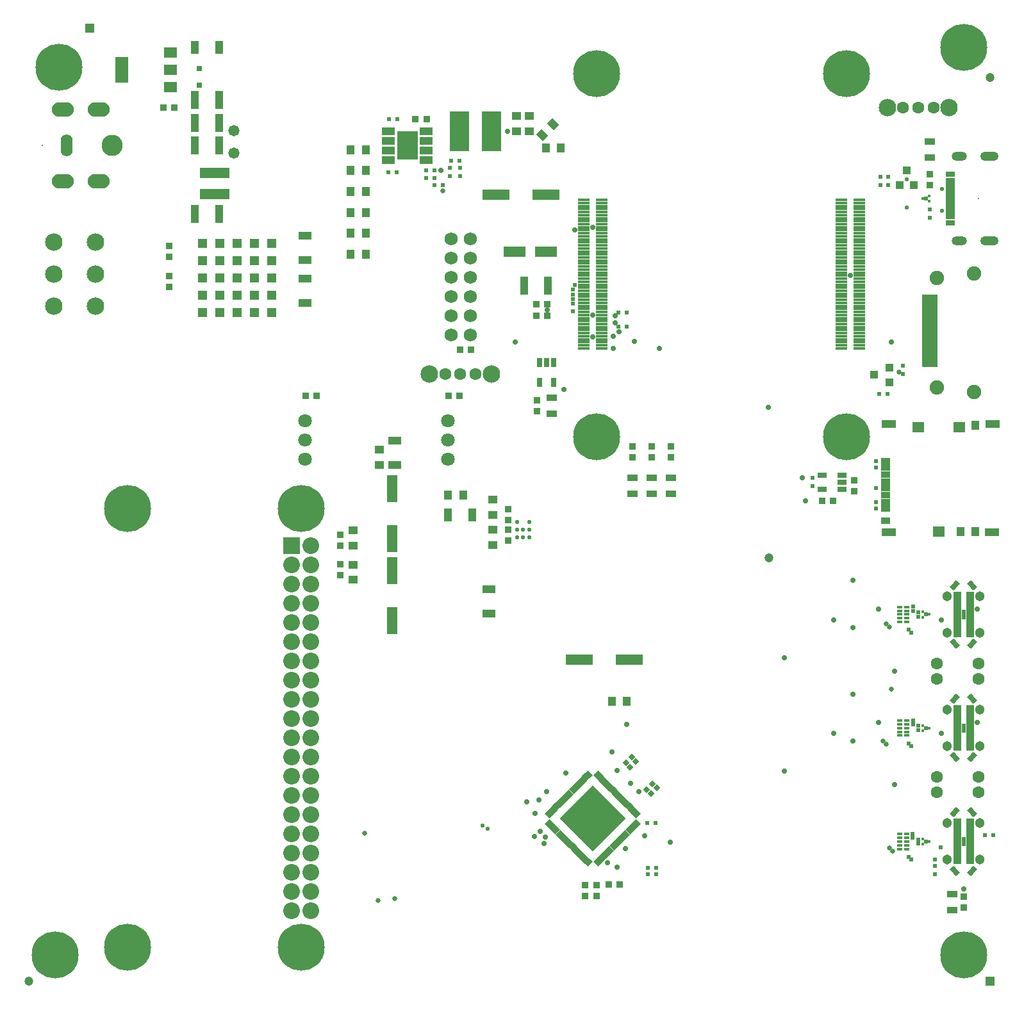
<source format=gbr>
%TF.GenerationSoftware,Altium Limited,Altium Designer,22.4.2 (48)*%
G04 Layer_Color=8388736*
%FSLAX26Y26*%
%MOIN*%
%TF.SameCoordinates,0D1A2E3A-66A7-4FCB-BFB3-5B9149DA6B87*%
%TF.FilePolarity,Negative*%
%TF.FileFunction,Soldermask,Top*%
%TF.Part,Single*%
G01*
G75*
%TA.AperFunction,SMDPad,CuDef*%
%ADD31R,0.023622X0.023622*%
%ADD36R,0.055118X0.035433*%
%ADD38R,0.070866X0.039370*%
%ADD42R,0.039370X0.049213*%
%ADD43R,0.035433X0.033465*%
%ADD44P,0.033407X4X270.0*%
%ADD50R,0.049213X0.039370*%
%ADD51R,0.043307X0.094488*%
%ADD52R,0.033465X0.035433*%
%ADD53R,0.023622X0.023622*%
%ADD56R,0.039370X0.070866*%
G04:AMPARAMS|DCode=57|XSize=39.37mil|YSize=49.213mil|CornerRadius=0mil|HoleSize=0mil|Usage=FLASHONLY|Rotation=45.000|XOffset=0mil|YOffset=0mil|HoleType=Round|Shape=Rectangle|*
%AMROTATEDRECTD57*
4,1,4,0.003480,-0.031319,-0.031319,0.003480,-0.003480,0.031319,0.031319,-0.003480,0.003480,-0.031319,0.0*
%
%ADD57ROTATEDRECTD57*%

%TA.AperFunction,FiducialPad,Global*%
%ADD108R,0.047370X0.047370*%
%ADD109C,0.047370*%
%TA.AperFunction,ComponentPad*%
%ADD111O,0.094614X0.047370*%
%ADD112O,0.078866X0.047370*%
%ADD113C,0.008000*%
%ADD114C,0.051307*%
%ADD115C,0.090677*%
%ADD116R,0.086740X0.086740*%
%ADD117C,0.086740*%
%ADD118C,0.063118*%
%ADD119O,0.114299X0.074929*%
%ADD120O,0.063118X0.114299*%
%ADD121C,0.110362*%
%ADD122C,0.070992*%
%ADD123C,0.244220*%
%ADD124C,0.074929*%
%ADD125C,0.068000*%
%TA.AperFunction,ViaPad*%
%ADD126C,0.035559*%
%ADD127C,0.027685*%
%ADD128C,0.023748*%
%ADD129C,0.021779*%
%ADD130C,0.025716*%
%ADD131C,0.047370*%
%ADD132C,0.058000*%
%TA.AperFunction,ConnectorPad*%
%ADD147R,0.051307X0.031622*%
%ADD148R,0.051307X0.019811*%
%TA.AperFunction,SMDPad,CuDef*%
%ADD149R,0.041465X0.019811*%
G04:AMPARAMS|DCode=150|XSize=27.685mil|YSize=48.551mil|CornerRadius=0mil|HoleSize=0mil|Usage=FLASHONLY|Rotation=220.000|XOffset=0mil|YOffset=0mil|HoleType=Round|Shape=Rectangle|*
%AMROTATEDRECTD150*
4,1,4,-0.005000,0.027494,0.026208,-0.009698,0.005000,-0.027494,-0.026208,0.009698,-0.005000,0.027494,0.0*
%
%ADD150ROTATEDRECTD150*%

G04:AMPARAMS|DCode=151|XSize=27.685mil|YSize=48.551mil|CornerRadius=0mil|HoleSize=0mil|Usage=FLASHONLY|Rotation=320.000|XOffset=0mil|YOffset=0mil|HoleType=Round|Shape=Rectangle|*
%AMROTATEDRECTD151*
4,1,4,-0.026208,-0.009698,0.005000,0.027494,0.026208,0.009698,-0.005000,-0.027494,-0.026208,-0.009698,0.0*
%
%ADD151ROTATEDRECTD151*%

%TA.AperFunction,BGAPad,CuDef*%
%ADD152C,0.021779*%
%TA.AperFunction,SMDPad,CuDef*%
%ADD153R,0.100520X0.208787*%
%ADD154R,0.015748X0.015748*%
%ADD155R,0.051307X0.031622*%
%ADD156R,0.039496X0.043433*%
%ADD157R,0.070992X0.137921*%
%ADD158R,0.070992X0.055244*%
%ADD159R,0.026701X0.015874*%
%ADD160R,0.025716X0.031228*%
%ADD161R,0.067055X0.039496*%
%ADD162R,0.110362X0.145795*%
%TA.AperFunction,BGAPad,CuDef*%
%ADD163R,0.049732X0.049732*%
%TA.AperFunction,SMDPad,CuDef*%
G04:AMPARAMS|DCode=164|XSize=19.024mil|YSize=35.165mil|CornerRadius=0mil|HoleSize=0mil|Usage=FLASHONLY|Rotation=45.000|XOffset=0mil|YOffset=0mil|HoleType=Round|Shape=Rectangle|*
%AMROTATEDRECTD164*
4,1,4,0.005707,-0.019159,-0.019159,0.005707,-0.005707,0.019159,0.019159,-0.005707,0.005707,-0.019159,0.0*
%
%ADD164ROTATEDRECTD164*%

G04:AMPARAMS|DCode=165|XSize=19.024mil|YSize=35.165mil|CornerRadius=0mil|HoleSize=0mil|Usage=FLASHONLY|Rotation=315.000|XOffset=0mil|YOffset=0mil|HoleType=Round|Shape=Rectangle|*
%AMROTATEDRECTD165*
4,1,4,-0.019159,-0.005707,0.005707,0.019159,0.019159,0.005707,-0.005707,-0.019159,-0.019159,-0.005707,0.0*
%
%ADD165ROTATEDRECTD165*%

%ADD166P,0.345380X4X270.0*%
%ADD167R,0.153669X0.055244*%
%ADD168R,0.082803X0.019811*%
%ADD169R,0.141858X0.055244*%
%ADD170R,0.118236X0.055244*%
%ADD171R,0.060236X0.011811*%
%ADD172R,0.063118X0.052488*%
%ADD173R,0.041465X0.047370*%
%ADD174R,0.074929X0.043433*%
%ADD175R,0.047370X0.033591*%
%ADD176R,0.055244X0.141858*%
%ADD177R,0.043433X0.039496*%
%ADD178R,0.031622X0.051307*%
D31*
X4301181Y1866142D02*
D03*
X4257874D02*
D03*
X5511024Y4100000D02*
D03*
X5467717D02*
D03*
X4154134Y4525000D02*
D03*
X4110827D02*
D03*
X4154134Y4450000D02*
D03*
X4110827D02*
D03*
X2958661Y5531496D02*
D03*
X2915354D02*
D03*
X6017717Y1803150D02*
D03*
X6061024D02*
D03*
X3194882Y5188976D02*
D03*
X3151575D02*
D03*
X2911417Y5255905D02*
D03*
X2954724D02*
D03*
X3108268Y5263779D02*
D03*
X3151575D02*
D03*
X3281496Y5314961D02*
D03*
X3238189D02*
D03*
X3151575Y5224409D02*
D03*
X3108268D02*
D03*
X4305118Y1601378D02*
D03*
X4261811D02*
D03*
X4305118Y1632874D02*
D03*
X4261811D02*
D03*
D36*
X5728346Y5415354D02*
D03*
Y5332677D02*
D03*
X4182480Y3580709D02*
D03*
Y3663386D02*
D03*
X3761220Y4080118D02*
D03*
Y3997441D02*
D03*
X4282480Y3580709D02*
D03*
Y3663386D02*
D03*
X4382480Y3580709D02*
D03*
Y3663386D02*
D03*
X5846457Y1498032D02*
D03*
Y1415354D02*
D03*
D38*
X3435039Y2958661D02*
D03*
Y3084646D02*
D03*
X2480315Y4799213D02*
D03*
Y4925197D02*
D03*
X2944882Y3858268D02*
D03*
Y3732284D02*
D03*
X2480315Y4700787D02*
D03*
Y4574803D02*
D03*
D42*
X2795276Y5370065D02*
D03*
X2716535D02*
D03*
X4153543Y2500000D02*
D03*
X4074803D02*
D03*
X3224409Y3574803D02*
D03*
X3303150D02*
D03*
X3732283Y5381890D02*
D03*
X3811024D02*
D03*
X2795276Y4826759D02*
D03*
X2716535D02*
D03*
X2795276Y4936995D02*
D03*
X2716535D02*
D03*
X2795276Y5043294D02*
D03*
X2716535D02*
D03*
X2795276Y5153530D02*
D03*
X2716535D02*
D03*
X2795276Y5263766D02*
D03*
X2716535D02*
D03*
D43*
X5334646Y3593504D02*
D03*
Y3650590D02*
D03*
X2661417Y3310039D02*
D03*
Y3367126D02*
D03*
Y3213583D02*
D03*
Y3156496D02*
D03*
X4182480Y3770669D02*
D03*
Y3827756D02*
D03*
X3686220Y4067323D02*
D03*
Y4010236D02*
D03*
X4282480Y3827756D02*
D03*
Y3770669D02*
D03*
X4382480Y3827756D02*
D03*
Y3770669D02*
D03*
X3535433Y3393701D02*
D03*
Y3336614D02*
D03*
Y3443898D02*
D03*
Y3500984D02*
D03*
X1771653Y4813976D02*
D03*
Y4871063D02*
D03*
Y4656496D02*
D03*
Y4713583D02*
D03*
X5905512Y1485236D02*
D03*
Y1428150D02*
D03*
X5728346Y5187992D02*
D03*
Y5245079D02*
D03*
X3996063Y1544291D02*
D03*
Y1487205D02*
D03*
X3937008D02*
D03*
Y1544291D02*
D03*
D44*
X4178697Y2210193D02*
D03*
X4148074Y2179571D02*
D03*
X4310587Y2050744D02*
D03*
X4279964Y2020122D02*
D03*
X4286965Y2072398D02*
D03*
X4256342Y2041775D02*
D03*
X4200351Y2188540D02*
D03*
X4169728Y2157917D02*
D03*
D50*
X2728346Y3311023D02*
D03*
Y3389764D02*
D03*
X2728347Y3212598D02*
D03*
Y3133858D02*
D03*
X2866142Y3732283D02*
D03*
Y3811024D02*
D03*
X3456693Y3393701D02*
D03*
Y3314961D02*
D03*
Y3472441D02*
D03*
Y3551181D02*
D03*
X3578740Y5468504D02*
D03*
Y5547244D02*
D03*
X3645669Y5468504D02*
D03*
Y5547244D02*
D03*
D51*
X3744095Y4665354D02*
D03*
X3618110D02*
D03*
X2031496Y5629921D02*
D03*
X1905512D02*
D03*
X2031496Y5511811D02*
D03*
X1905512D02*
D03*
X2031496Y5393701D02*
D03*
X1905512D02*
D03*
X2031496Y5039370D02*
D03*
X1905512D02*
D03*
D52*
X3739173Y4566929D02*
D03*
X3682087D02*
D03*
X3739173Y4507874D02*
D03*
X3682087D02*
D03*
X3286417Y4330709D02*
D03*
X3343504D02*
D03*
X2483268Y4090551D02*
D03*
X2540354D02*
D03*
X3227362D02*
D03*
X3284449D02*
D03*
X1743110Y5590551D02*
D03*
X1800197D02*
D03*
X5168307Y3543307D02*
D03*
X5225394D02*
D03*
X3054134Y5531496D02*
D03*
X3111220D02*
D03*
X4058071Y1547244D02*
D03*
X4115158D02*
D03*
D53*
X5589370Y4246654D02*
D03*
Y4203346D02*
D03*
X5118110Y3620079D02*
D03*
Y3663386D02*
D03*
X5755905Y1643701D02*
D03*
Y1600394D02*
D03*
X5728346Y5017717D02*
D03*
Y5061024D02*
D03*
X3232284Y5277559D02*
D03*
Y5234252D02*
D03*
X3287402Y5277559D02*
D03*
Y5234252D02*
D03*
X5472441Y5187008D02*
D03*
Y5230315D02*
D03*
X5511811D02*
D03*
Y5187008D02*
D03*
D56*
X2031496Y5905512D02*
D03*
X1905512D02*
D03*
X3350394Y3472441D02*
D03*
X3224410D02*
D03*
D57*
X3712319Y5448539D02*
D03*
X3767996Y5504217D02*
D03*
D108*
X6043307Y1043307D02*
D03*
X1358268Y6003937D02*
D03*
D109*
X1043307Y1043307D02*
D03*
X6043307Y5748032D02*
D03*
D111*
X6039370Y4896850D02*
D03*
Y5339370D02*
D03*
D112*
X5881890Y4896850D02*
D03*
Y5339370D02*
D03*
D113*
X5984252Y5118110D02*
D03*
X1112205Y5393701D02*
D03*
D114*
X5990158Y2858268D02*
D03*
Y3047244D02*
D03*
X5820866D02*
D03*
Y2858268D02*
D03*
X5990158Y1677165D02*
D03*
Y1866142D02*
D03*
X5820866D02*
D03*
Y1677165D02*
D03*
X5990158Y2267716D02*
D03*
Y2456693D02*
D03*
X5820866D02*
D03*
Y2267716D02*
D03*
D115*
X1171260Y4559055D02*
D03*
Y4724409D02*
D03*
Y4889764D02*
D03*
X1387795Y4559055D02*
D03*
Y4724409D02*
D03*
Y4889764D02*
D03*
X5830709Y5590551D02*
D03*
X5507874D02*
D03*
X3125984Y4204724D02*
D03*
X3448819D02*
D03*
D116*
X2410866Y3312205D02*
D03*
D117*
X2510866D02*
D03*
X2410866Y3212205D02*
D03*
X2510866D02*
D03*
X2410866Y3112205D02*
D03*
X2510866D02*
D03*
X2410866Y3012205D02*
D03*
X2510866D02*
D03*
X2410866Y2912205D02*
D03*
X2510866D02*
D03*
X2410866Y2812205D02*
D03*
X2510866D02*
D03*
X2410866Y2712205D02*
D03*
X2510866D02*
D03*
X2410866Y2612205D02*
D03*
X2510866D02*
D03*
X2410866Y2512205D02*
D03*
X2510866D02*
D03*
X2410866Y2412205D02*
D03*
X2510866D02*
D03*
X2410866Y2312205D02*
D03*
X2510866D02*
D03*
X2410866Y2212205D02*
D03*
X2510866D02*
D03*
X2410866Y2112205D02*
D03*
X2510866D02*
D03*
X2410866Y2012205D02*
D03*
X2510866D02*
D03*
X2410866Y1912205D02*
D03*
X2510866D02*
D03*
X2410866Y1812205D02*
D03*
X2510866D02*
D03*
X2410866Y1712205D02*
D03*
X2510866D02*
D03*
X2410866Y1612205D02*
D03*
X2510866D02*
D03*
X2410866Y1512205D02*
D03*
X2510866D02*
D03*
X2410866Y1412205D02*
D03*
X2510866D02*
D03*
D118*
X5984252Y2618110D02*
D03*
Y2696850D02*
D03*
X5590551Y5590551D02*
D03*
X5669291D02*
D03*
X5748032D02*
D03*
X3366142Y4204724D02*
D03*
X3287402D02*
D03*
X3208661D02*
D03*
X5767717Y2106299D02*
D03*
Y2027559D02*
D03*
Y2696850D02*
D03*
Y2618110D02*
D03*
X5984252Y2027559D02*
D03*
Y2106299D02*
D03*
D119*
X1220472Y5206693D02*
D03*
Y5580709D02*
D03*
X1405512D02*
D03*
Y5206693D02*
D03*
D120*
X1240158Y5393701D02*
D03*
D121*
X1476378D02*
D03*
D122*
X3224409Y3762205D02*
D03*
Y3862205D02*
D03*
Y3962205D02*
D03*
X2480315Y3762205D02*
D03*
Y3862205D02*
D03*
Y3962205D02*
D03*
D123*
X5905512Y5905512D02*
D03*
X2460630Y3503937D02*
D03*
X1181102Y1181102D02*
D03*
X1200000Y5800000D02*
D03*
X5905512Y1181102D02*
D03*
X3996063Y3877953D02*
D03*
X5295276D02*
D03*
X3996063Y5767717D02*
D03*
X5295276D02*
D03*
X1555118Y3503937D02*
D03*
X2460630Y1220472D02*
D03*
X1555118D02*
D03*
D124*
X5767717Y4704724D02*
D03*
X5960630Y4728346D02*
D03*
X5767717Y4133858D02*
D03*
X5960630Y4110236D02*
D03*
D125*
X3239961Y4406299D02*
D03*
X3339961D02*
D03*
Y4906299D02*
D03*
X3239961D02*
D03*
X3339961Y4806299D02*
D03*
X3239961D02*
D03*
Y4706299D02*
D03*
X3339961D02*
D03*
X3239961Y4606299D02*
D03*
X3339961D02*
D03*
X3239961Y4506299D02*
D03*
X3339961D02*
D03*
D126*
X3976378Y1861925D02*
D03*
X3948539Y1834086D02*
D03*
X3920700Y1806247D02*
D03*
X3948539Y1889764D02*
D03*
X3920700Y1861925D02*
D03*
X3892861Y1834086D02*
D03*
X3920700Y1917603D02*
D03*
X3892861Y1889764D02*
D03*
X3865023Y1861925D02*
D03*
X3892861Y1945441D02*
D03*
X3865023Y1917603D02*
D03*
X3837184Y1889764D02*
D03*
X4004217Y1834086D02*
D03*
X3976378Y1806247D02*
D03*
X3948539Y1778408D02*
D03*
X3976378Y1750570D02*
D03*
X4004217Y1778408D02*
D03*
X4032056Y1806247D02*
D03*
X3976378Y1917603D02*
D03*
X4004217Y1945441D02*
D03*
X4032056Y1973280D02*
D03*
X4004217Y1889764D02*
D03*
X4032056Y1917603D02*
D03*
X4059894Y1945441D02*
D03*
X4032056Y1861925D02*
D03*
X4059894Y1889764D02*
D03*
X4087733Y1917603D02*
D03*
X4059894Y1834086D02*
D03*
X4087733Y1861925D02*
D03*
X4115572Y1889764D02*
D03*
X3948539Y1945441D02*
D03*
X3976378Y1973280D02*
D03*
X4004217Y2001119D02*
D03*
X3976378Y2028958D02*
D03*
X3948539Y2001119D02*
D03*
X3920700Y1973280D02*
D03*
D127*
X3976504Y4968504D02*
D03*
X3571850Y4370079D02*
D03*
X3976378Y4396654D02*
D03*
X4074819Y2238189D02*
D03*
X4192913Y4373032D02*
D03*
X4114173Y4423000D02*
D03*
X5082677Y3543307D02*
D03*
X5529528Y4371063D02*
D03*
X4051181Y1662402D02*
D03*
X3672000Y1798000D02*
D03*
X4246000Y1801000D02*
D03*
X5231000Y2923551D02*
D03*
Y2333000D02*
D03*
X3531496Y5468504D02*
D03*
X3185039Y5263779D02*
D03*
X3701772Y1822835D02*
D03*
X5314961Y4716535D02*
D03*
X5905512Y1523622D02*
D03*
X5066929Y3665354D02*
D03*
X4889764Y4031496D02*
D03*
X3881890Y4952756D02*
D03*
X3739173Y4537402D02*
D03*
X3826772Y4125984D02*
D03*
X4380905Y1768701D02*
D03*
X5330709Y2295276D02*
D03*
Y2885827D02*
D03*
Y3129921D02*
D03*
Y2539370D02*
D03*
X5547244Y2066929D02*
D03*
X4972441Y2137795D02*
D03*
Y2728347D02*
D03*
X5547244Y2657480D02*
D03*
X4082677Y4338583D02*
D03*
X4322835D02*
D03*
X4082677Y4401575D02*
D03*
X4153543Y2381890D02*
D03*
X3631890Y1978347D02*
D03*
X3677165Y1917323D02*
D03*
X3728347Y1795276D02*
D03*
X3724078Y1762205D02*
D03*
X4146000Y1734000D02*
D03*
X3834900Y2128144D02*
D03*
X3737464Y2030708D02*
D03*
X3695706Y1988950D02*
D03*
X4103936Y1637464D02*
D03*
X4214758Y2031242D02*
D03*
X4103403Y2142597D02*
D03*
X4173000Y2073000D02*
D03*
X5788000Y2924102D02*
D03*
X5975000Y2982102D02*
D03*
X5464000Y2982551D02*
D03*
Y2392000D02*
D03*
X4092056Y4506229D02*
D03*
X4091413Y4469413D02*
D03*
X3977000Y4512000D02*
D03*
X5975000Y2391551D02*
D03*
X5788000Y2333551D02*
D03*
D128*
X3872047Y4594488D02*
D03*
X5668678Y2963780D02*
D03*
Y2941732D02*
D03*
X5632717Y2857874D02*
D03*
X5618110Y2873032D02*
D03*
X5668678Y2373228D02*
D03*
Y2351181D02*
D03*
X5632717Y2267323D02*
D03*
X5618110Y2282480D02*
D03*
Y1691929D02*
D03*
X5632717Y1676772D02*
D03*
X3871877Y4644486D02*
D03*
X3873000Y4619000D02*
D03*
X5863000Y1761024D02*
D03*
Y1782614D02*
D03*
X5930000Y1761614D02*
D03*
Y1782480D02*
D03*
X5863000Y2352165D02*
D03*
Y2373032D02*
D03*
X5930000Y2352165D02*
D03*
Y2373032D02*
D03*
Y2964488D02*
D03*
Y2943780D02*
D03*
X5863000Y2964488D02*
D03*
Y2943780D02*
D03*
X3873648Y4569883D02*
D03*
X3871458Y4531705D02*
D03*
X5642204Y2381299D02*
D03*
Y2402165D02*
D03*
X5668678Y1760630D02*
D03*
Y1782677D02*
D03*
X5640000Y1789764D02*
D03*
X5640986Y1812205D02*
D03*
X5642204Y2993110D02*
D03*
Y2972244D02*
D03*
X5755905Y1677165D02*
D03*
X5787402Y1740158D02*
D03*
X3881890Y4669291D02*
D03*
X5448819Y3751968D02*
D03*
Y3716535D02*
D03*
Y3610236D02*
D03*
Y3539370D02*
D03*
Y3503937D02*
D03*
X5708661Y1771653D02*
D03*
Y2952756D02*
D03*
Y2362205D02*
D03*
Y5118110D02*
D03*
X5905512Y1771653D02*
D03*
Y1757874D02*
D03*
Y1785433D02*
D03*
Y2952756D02*
D03*
Y2938976D02*
D03*
Y2966535D02*
D03*
Y2375984D02*
D03*
Y2348425D02*
D03*
Y2362205D02*
D03*
D129*
X5609252Y5216535D02*
D03*
Y5071850D02*
D03*
X5791876Y5054580D02*
D03*
X5791299Y5167323D02*
D03*
X3429287Y1838099D02*
D03*
X3402559Y1853696D02*
D03*
D130*
X5568000Y4213000D02*
D03*
X5519322Y1738553D02*
D03*
X5535329Y1722545D02*
D03*
X5487333Y2293179D02*
D03*
X5503341Y2277171D02*
D03*
X5502097Y2903415D02*
D03*
X5518104Y2887407D02*
D03*
X5531000Y2563000D02*
D03*
X3195000Y5158000D02*
D03*
X2859000Y1466000D02*
D03*
X2790000Y1815000D02*
D03*
X2946000Y1474000D02*
D03*
D131*
X4893000Y3247000D02*
D03*
D132*
X2110236Y5472441D02*
D03*
Y5354331D02*
D03*
D147*
X5836614Y5212598D02*
D03*
Y5244095D02*
D03*
Y5023622D02*
D03*
Y4992126D02*
D03*
D148*
Y5049213D02*
D03*
Y5068898D02*
D03*
Y5088583D02*
D03*
Y5108268D02*
D03*
Y5127953D02*
D03*
Y5147638D02*
D03*
Y5167323D02*
D03*
Y5187008D02*
D03*
D149*
X5872835Y2844488D02*
D03*
Y2864173D02*
D03*
Y2883858D02*
D03*
Y2903543D02*
D03*
Y2923228D02*
D03*
Y2942913D02*
D03*
Y2962598D02*
D03*
Y2982284D02*
D03*
Y3001968D02*
D03*
Y3021653D02*
D03*
Y3041339D02*
D03*
Y3061024D02*
D03*
X5938189D02*
D03*
Y3041339D02*
D03*
Y3021653D02*
D03*
Y3001968D02*
D03*
Y2982284D02*
D03*
Y2962598D02*
D03*
Y2942913D02*
D03*
Y2923228D02*
D03*
Y2903543D02*
D03*
Y2883858D02*
D03*
Y2864173D02*
D03*
Y2844488D02*
D03*
X5872835Y1663386D02*
D03*
Y1683071D02*
D03*
Y1702756D02*
D03*
Y1722441D02*
D03*
Y1742126D02*
D03*
Y1761811D02*
D03*
Y1781496D02*
D03*
Y1801181D02*
D03*
Y1820866D02*
D03*
Y1840551D02*
D03*
Y1860236D02*
D03*
Y1879921D02*
D03*
X5938189D02*
D03*
Y1860236D02*
D03*
Y1840551D02*
D03*
Y1820866D02*
D03*
Y1801181D02*
D03*
Y1781496D02*
D03*
Y1761811D02*
D03*
Y1742126D02*
D03*
Y1722441D02*
D03*
Y1702756D02*
D03*
Y1683071D02*
D03*
Y1663386D02*
D03*
X5872835Y2253937D02*
D03*
Y2273622D02*
D03*
Y2293307D02*
D03*
Y2312992D02*
D03*
Y2332677D02*
D03*
Y2352362D02*
D03*
Y2372047D02*
D03*
Y2391732D02*
D03*
Y2411417D02*
D03*
Y2431102D02*
D03*
Y2450787D02*
D03*
Y2470472D02*
D03*
X5938189D02*
D03*
Y2450787D02*
D03*
Y2431102D02*
D03*
Y2411417D02*
D03*
Y2391732D02*
D03*
Y2372047D02*
D03*
Y2352362D02*
D03*
Y2332677D02*
D03*
Y2312992D02*
D03*
Y2293307D02*
D03*
Y2273622D02*
D03*
Y2253937D02*
D03*
D150*
X5950197Y3105512D02*
D03*
X5860827Y2800000D02*
D03*
X5950197Y1924409D02*
D03*
X5860827Y1618898D02*
D03*
X5950197Y2514961D02*
D03*
X5860827Y2209449D02*
D03*
D151*
Y3105512D02*
D03*
X5950197Y2800000D02*
D03*
X5860827Y1924409D02*
D03*
X5950197Y1618898D02*
D03*
X5860827Y2514961D02*
D03*
X5950197Y2209449D02*
D03*
D152*
X3645669Y3433071D02*
D03*
Y3393701D02*
D03*
Y3354331D02*
D03*
X3582677Y3433071D02*
D03*
Y3393701D02*
D03*
Y3354331D02*
D03*
X3614173D02*
D03*
Y3393701D02*
D03*
D153*
X3284449Y5468504D02*
D03*
X3447835D02*
D03*
D154*
X5725394Y5104331D02*
D03*
Y5131890D02*
D03*
X5691929Y5118110D02*
D03*
Y1785433D02*
D03*
Y1757874D02*
D03*
X5725394Y1771653D02*
D03*
X5691929Y2375984D02*
D03*
Y2348425D02*
D03*
X5725394Y2362205D02*
D03*
X5691929Y2966535D02*
D03*
Y2938976D02*
D03*
X5725394Y2952756D02*
D03*
D155*
X5271654Y3679134D02*
D03*
Y3641732D02*
D03*
X5169291Y3604331D02*
D03*
Y3679134D02*
D03*
X5271654Y3604331D02*
D03*
D156*
X5572835Y5187008D02*
D03*
X5647638D02*
D03*
X5610236Y5265748D02*
D03*
D157*
X1527559Y5787402D02*
D03*
D158*
X1779528Y5877953D02*
D03*
Y5787402D02*
D03*
Y5696850D02*
D03*
D159*
X5609252Y2913386D02*
D03*
Y2933071D02*
D03*
Y2952756D02*
D03*
Y2972441D02*
D03*
Y2992126D02*
D03*
X5571850D02*
D03*
Y2972441D02*
D03*
Y2952756D02*
D03*
Y2933071D02*
D03*
Y2913386D02*
D03*
X5609252Y1732283D02*
D03*
Y1751968D02*
D03*
Y1771653D02*
D03*
Y1791339D02*
D03*
Y1811024D02*
D03*
X5571850D02*
D03*
Y1791339D02*
D03*
Y1771653D02*
D03*
Y1751968D02*
D03*
Y1732283D02*
D03*
X5609252Y2322835D02*
D03*
Y2342520D02*
D03*
Y2362205D02*
D03*
Y2381890D02*
D03*
Y2401575D02*
D03*
X5571850D02*
D03*
Y2381890D02*
D03*
Y2362205D02*
D03*
Y2342520D02*
D03*
Y2322835D02*
D03*
D160*
X1929134Y5708661D02*
D03*
Y5793307D02*
D03*
D161*
X3110236Y5468701D02*
D03*
Y5418701D02*
D03*
Y5318701D02*
D03*
Y5368701D02*
D03*
X2913386D02*
D03*
Y5318701D02*
D03*
Y5418701D02*
D03*
Y5468701D02*
D03*
D162*
X3011811Y5393701D02*
D03*
D163*
X2216142Y4524409D02*
D03*
X2306299D02*
D03*
X1945669D02*
D03*
X2035827D02*
D03*
X2125984D02*
D03*
X2216142Y4614567D02*
D03*
X2306299D02*
D03*
X1945669D02*
D03*
X2035827D02*
D03*
X2125984D02*
D03*
Y4704724D02*
D03*
X2035827D02*
D03*
X1945669D02*
D03*
X2306299D02*
D03*
X2216142D02*
D03*
X2125984Y4794882D02*
D03*
X2035827D02*
D03*
X1945669D02*
D03*
X2306299D02*
D03*
X2216142D02*
D03*
X2125984Y4885039D02*
D03*
X2035827D02*
D03*
X1945669D02*
D03*
X2306299D02*
D03*
X2216142D02*
D03*
D164*
X4206744Y1868189D02*
D03*
X4192825Y1854269D02*
D03*
X4178906Y1840350D02*
D03*
X4164986Y1826430D02*
D03*
X4151067Y1812511D02*
D03*
X4137147Y1798592D02*
D03*
X4123228Y1784672D02*
D03*
X4109309Y1770753D02*
D03*
X3997953Y1659397D02*
D03*
X4011872Y1673317D02*
D03*
X4025792Y1687236D02*
D03*
X4039711Y1701156D02*
D03*
X4053631Y1715075D02*
D03*
X4067550Y1728994D02*
D03*
X4081470Y1742914D02*
D03*
X4095389Y1756833D02*
D03*
X3746012Y1911339D02*
D03*
X3759931Y1925258D02*
D03*
X3773850Y1939178D02*
D03*
X3787770Y1953097D02*
D03*
X3801689Y1967017D02*
D03*
X3815609Y1980936D02*
D03*
X3829528Y1994855D02*
D03*
X3843448Y2008775D02*
D03*
X3954803Y2120130D02*
D03*
X3940883Y2106211D02*
D03*
X3926964Y2092291D02*
D03*
X3913045Y2078372D02*
D03*
X3899125Y2064453D02*
D03*
X3885206Y2050533D02*
D03*
X3871286Y2036614D02*
D03*
X3857367Y2022694D02*
D03*
D165*
X3954803Y1659397D02*
D03*
X3940883Y1673317D02*
D03*
X3926964Y1687236D02*
D03*
X3913045Y1701156D02*
D03*
X3899125Y1715075D02*
D03*
X3885206Y1728994D02*
D03*
X3871286Y1742914D02*
D03*
X3857367Y1756833D02*
D03*
X3746012Y1868189D02*
D03*
X3759931Y1854269D02*
D03*
X3773850Y1840350D02*
D03*
X3787770Y1826430D02*
D03*
X3829528Y1784672D02*
D03*
X3843448Y1770753D02*
D03*
X3997953Y2120130D02*
D03*
X4011872Y2106211D02*
D03*
X4025792Y2092291D02*
D03*
X4039711Y2078372D02*
D03*
X4053631Y2064453D02*
D03*
X4067550Y2050533D02*
D03*
X4081470Y2036614D02*
D03*
X4095389Y2022694D02*
D03*
X4206744Y1911339D02*
D03*
X4192825Y1925258D02*
D03*
X4178906Y1939178D02*
D03*
X4164986Y1953097D02*
D03*
X4151067Y1967017D02*
D03*
X4137147Y1980936D02*
D03*
X4123228Y1994855D02*
D03*
X4109309Y2008775D02*
D03*
X3801689Y1812511D02*
D03*
X3815609Y1798592D02*
D03*
D166*
X3976378Y1889764D02*
D03*
D167*
X2007874Y5251968D02*
D03*
Y5141732D02*
D03*
D168*
X5728346Y4409449D02*
D03*
Y4389764D02*
D03*
Y4370079D02*
D03*
Y4330709D02*
D03*
Y4291338D02*
D03*
Y4350394D02*
D03*
Y4311024D02*
D03*
Y4271654D02*
D03*
Y4251968D02*
D03*
Y4429134D02*
D03*
Y4448819D02*
D03*
Y4468504D02*
D03*
Y4507874D02*
D03*
Y4547244D02*
D03*
Y4488189D02*
D03*
Y4527559D02*
D03*
Y4566929D02*
D03*
Y4586614D02*
D03*
Y4606299D02*
D03*
D169*
X3732284Y5137795D02*
D03*
X3472441D02*
D03*
X4165354Y2716535D02*
D03*
X3905512D02*
D03*
D170*
X3568898Y4842520D02*
D03*
X3734252D02*
D03*
D171*
X5268110Y4716535D02*
D03*
Y4700788D02*
D03*
Y4685039D02*
D03*
Y4669291D02*
D03*
Y4653543D02*
D03*
Y4637795D02*
D03*
Y4622047D02*
D03*
Y4606299D02*
D03*
Y4590551D02*
D03*
Y4574803D02*
D03*
Y4559055D02*
D03*
Y4543307D02*
D03*
Y4527559D02*
D03*
Y4511811D02*
D03*
Y4496063D02*
D03*
Y4480315D02*
D03*
Y4464567D02*
D03*
Y4448819D02*
D03*
Y4433071D02*
D03*
Y4417323D02*
D03*
Y4401575D02*
D03*
Y4385827D02*
D03*
Y4370079D02*
D03*
Y4354331D02*
D03*
Y4338583D02*
D03*
Y5110236D02*
D03*
Y5094488D02*
D03*
Y5078740D02*
D03*
Y5062992D02*
D03*
Y5047244D02*
D03*
Y5031496D02*
D03*
Y5015748D02*
D03*
Y5000000D02*
D03*
Y4984252D02*
D03*
Y4968504D02*
D03*
Y4952756D02*
D03*
Y4937008D02*
D03*
Y4921260D02*
D03*
Y4905512D02*
D03*
Y4889764D02*
D03*
Y4874016D02*
D03*
Y4858268D02*
D03*
Y4842520D02*
D03*
Y4826772D02*
D03*
Y4811024D02*
D03*
Y4795276D02*
D03*
Y4779528D02*
D03*
Y4763780D02*
D03*
Y4748032D02*
D03*
Y4732283D02*
D03*
X5361811Y4716535D02*
D03*
Y4700788D02*
D03*
Y4685039D02*
D03*
Y4669291D02*
D03*
Y4653543D02*
D03*
Y4637795D02*
D03*
Y4622047D02*
D03*
Y4606299D02*
D03*
Y4590551D02*
D03*
Y4574803D02*
D03*
Y4559055D02*
D03*
Y4543307D02*
D03*
Y4527559D02*
D03*
Y4511811D02*
D03*
Y4496063D02*
D03*
Y4480315D02*
D03*
Y4464567D02*
D03*
Y4448819D02*
D03*
Y4433071D02*
D03*
Y4417323D02*
D03*
Y4401575D02*
D03*
Y4385827D02*
D03*
Y4370079D02*
D03*
Y4354331D02*
D03*
Y4338583D02*
D03*
Y5110236D02*
D03*
Y5094488D02*
D03*
Y5078740D02*
D03*
Y5062992D02*
D03*
Y5047244D02*
D03*
Y5031496D02*
D03*
Y5015748D02*
D03*
Y5000000D02*
D03*
Y4984252D02*
D03*
Y4968504D02*
D03*
Y4952756D02*
D03*
Y4937008D02*
D03*
Y4921260D02*
D03*
Y4905512D02*
D03*
Y4889764D02*
D03*
Y4874016D02*
D03*
Y4858268D02*
D03*
Y4842520D02*
D03*
Y4826772D02*
D03*
Y4811024D02*
D03*
Y4795276D02*
D03*
Y4779528D02*
D03*
Y4763780D02*
D03*
Y4748032D02*
D03*
Y4732283D02*
D03*
X3929528Y4716535D02*
D03*
Y4700788D02*
D03*
Y4685039D02*
D03*
Y4669291D02*
D03*
Y4653543D02*
D03*
Y4637795D02*
D03*
Y4622047D02*
D03*
Y4606299D02*
D03*
Y4590551D02*
D03*
Y4574803D02*
D03*
Y4559055D02*
D03*
Y4543307D02*
D03*
Y4527559D02*
D03*
Y4511811D02*
D03*
Y4496063D02*
D03*
Y4480315D02*
D03*
Y4464567D02*
D03*
Y4448819D02*
D03*
Y4433071D02*
D03*
Y4417323D02*
D03*
Y4401575D02*
D03*
Y4385827D02*
D03*
Y4370079D02*
D03*
Y4354331D02*
D03*
Y4338583D02*
D03*
Y5110236D02*
D03*
Y5094488D02*
D03*
Y5078740D02*
D03*
Y5062992D02*
D03*
Y5047244D02*
D03*
Y5031496D02*
D03*
Y5015748D02*
D03*
Y5000000D02*
D03*
Y4984252D02*
D03*
Y4968504D02*
D03*
Y4952756D02*
D03*
Y4937008D02*
D03*
Y4921260D02*
D03*
Y4905512D02*
D03*
Y4889764D02*
D03*
Y4874016D02*
D03*
Y4858268D02*
D03*
Y4842520D02*
D03*
Y4826772D02*
D03*
Y4811024D02*
D03*
Y4795276D02*
D03*
Y4779528D02*
D03*
Y4763780D02*
D03*
Y4748032D02*
D03*
Y4732283D02*
D03*
X4023228Y4716535D02*
D03*
Y4700788D02*
D03*
Y4685039D02*
D03*
Y4669291D02*
D03*
Y4653543D02*
D03*
Y4637795D02*
D03*
Y4622047D02*
D03*
Y4606299D02*
D03*
Y4590551D02*
D03*
Y4574803D02*
D03*
Y4559055D02*
D03*
Y4543307D02*
D03*
Y4527559D02*
D03*
Y4511811D02*
D03*
Y4496063D02*
D03*
Y4480315D02*
D03*
Y4464567D02*
D03*
Y4448819D02*
D03*
Y4433071D02*
D03*
Y4417323D02*
D03*
Y4401575D02*
D03*
Y4385827D02*
D03*
Y4370079D02*
D03*
Y4354331D02*
D03*
Y4338583D02*
D03*
Y5110236D02*
D03*
Y5094488D02*
D03*
Y5078740D02*
D03*
Y5062992D02*
D03*
Y5047244D02*
D03*
Y5031496D02*
D03*
Y5015748D02*
D03*
Y5000000D02*
D03*
Y4984252D02*
D03*
Y4968504D02*
D03*
Y4952756D02*
D03*
Y4937008D02*
D03*
Y4921260D02*
D03*
Y4905512D02*
D03*
Y4889764D02*
D03*
Y4874016D02*
D03*
Y4858268D02*
D03*
Y4842520D02*
D03*
Y4826772D02*
D03*
Y4811024D02*
D03*
Y4795276D02*
D03*
Y4779528D02*
D03*
Y4763780D02*
D03*
Y4748032D02*
D03*
Y4732283D02*
D03*
D172*
X5882874Y3927165D02*
D03*
X5668307D02*
D03*
X5774606Y3383858D02*
D03*
D173*
X5890748Y3385827D02*
D03*
X5966732D02*
D03*
Y3937008D02*
D03*
D174*
X6054492Y3944016D02*
D03*
X6054134Y3381009D02*
D03*
X5514764Y3942913D02*
D03*
Y3379921D02*
D03*
D175*
X5500000Y3503937D02*
D03*
Y3751968D02*
D03*
Y3716535D02*
D03*
Y3681102D02*
D03*
Y3645669D02*
D03*
Y3610236D02*
D03*
Y3574803D02*
D03*
Y3539370D02*
D03*
Y3440157D02*
D03*
D176*
X2933661Y3346260D02*
D03*
Y3606102D02*
D03*
Y3181102D02*
D03*
Y2921260D02*
D03*
D177*
X5518110Y4162598D02*
D03*
Y4237402D02*
D03*
X5439370Y4200000D02*
D03*
D178*
X3698819Y4264961D02*
D03*
X3736220D02*
D03*
X3773622Y4162598D02*
D03*
X3698819D02*
D03*
X3773622Y4264961D02*
D03*
%TF.MD5,b43d353076ca085ff8161256c5e14dc3*%
M02*

</source>
